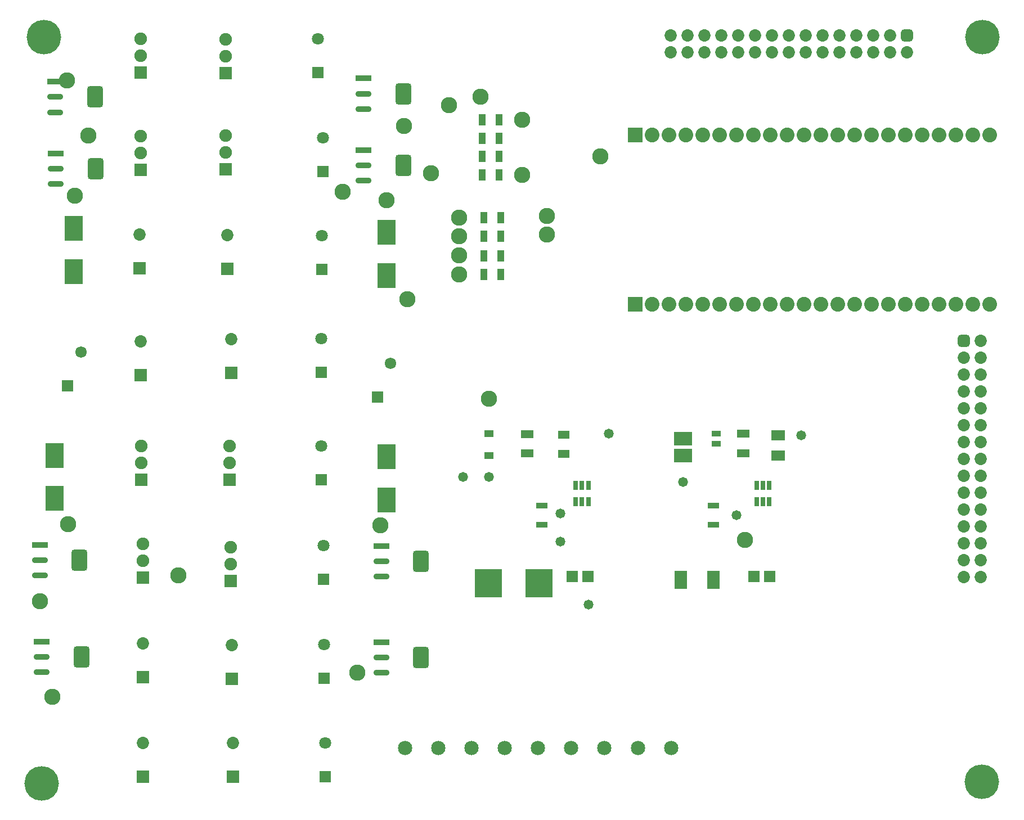
<source format=gts>
G04*
G04 #@! TF.GenerationSoftware,Altium Limited,Altium Designer,25.2.1 (25)*
G04*
G04 Layer_Color=8388736*
%FSLAX44Y44*%
%MOMM*%
G71*
G04*
G04 #@! TF.SameCoordinates,E4EDD719-2FE0-4279-8059-04D131320F8D*
G04*
G04*
G04 #@! TF.FilePolarity,Negative*
G04*
G01*
G75*
G04:AMPARAMS|DCode=21|XSize=2.4036mm|YSize=3.2121mm|CornerRadius=0.4567mm|HoleSize=0mm|Usage=FLASHONLY|Rotation=0.000|XOffset=0mm|YOffset=0mm|HoleType=Round|Shape=RoundedRectangle|*
%AMROUNDEDRECTD21*
21,1,2.4036,2.2988,0,0,0.0*
21,1,1.4902,3.2121,0,0,0.0*
1,1,0.9134,0.7451,-1.1494*
1,1,0.9134,-0.7451,-1.1494*
1,1,0.9134,-0.7451,1.1494*
1,1,0.9134,0.7451,1.1494*
%
%ADD21ROUNDEDRECTD21*%
G04:AMPARAMS|DCode=22|XSize=2.4036mm|YSize=0.9121mm|CornerRadius=0.4561mm|HoleSize=0mm|Usage=FLASHONLY|Rotation=0.000|XOffset=0mm|YOffset=0mm|HoleType=Round|Shape=RoundedRectangle|*
%AMROUNDEDRECTD22*
21,1,2.4036,0.0000,0,0,0.0*
21,1,1.4915,0.9121,0,0,0.0*
1,1,0.9121,0.7457,0.0000*
1,1,0.9121,-0.7457,0.0000*
1,1,0.9121,-0.7457,0.0000*
1,1,0.9121,0.7457,0.0000*
%
%ADD22ROUNDEDRECTD22*%
%ADD23R,2.4036X0.9121*%
%ADD24R,1.0557X1.6582*%
%ADD25R,1.9050X2.7900*%
%ADD26R,2.8062X2.1029*%
%ADD27R,1.7582X1.1561*%
%ADD28R,1.3500X1.1000*%
%ADD29R,1.7540X1.8062*%
%ADD30R,1.7000X0.9500*%
%ADD31R,1.3500X0.9500*%
%ADD32R,4.0532X4.2032*%
%ADD33R,0.8032X1.4532*%
%ADD34R,1.9032X1.3032*%
%ADD35R,2.0032X1.5032*%
%ADD36R,2.7032X3.7032*%
%ADD37R,1.7212X1.7212*%
%ADD38C,1.7212*%
%ADD39C,2.2282*%
%ADD40R,2.2282X2.2282*%
%ADD41C,1.8532*%
%ADD42R,1.8532X1.8532*%
%ADD43R,1.9032X1.9032*%
%ADD44C,1.9032*%
%ADD45C,1.8032*%
%ADD46R,1.8032X1.8032*%
G04:AMPARAMS|DCode=47|XSize=1.8532mm|YSize=1.8532mm|CornerRadius=0.5141mm|HoleSize=0mm|Usage=FLASHONLY|Rotation=270.000|XOffset=0mm|YOffset=0mm|HoleType=Round|Shape=RoundedRectangle|*
%AMROUNDEDRECTD47*
21,1,1.8532,0.8250,0,0,270.0*
21,1,0.8250,1.8532,0,0,270.0*
1,1,1.0282,-0.4125,-0.4125*
1,1,1.0282,-0.4125,0.4125*
1,1,1.0282,0.4125,0.4125*
1,1,1.0282,0.4125,-0.4125*
%
%ADD47ROUNDEDRECTD47*%
%ADD48C,2.1532*%
G04:AMPARAMS|DCode=49|XSize=1.8532mm|YSize=1.8532mm|CornerRadius=0.5141mm|HoleSize=0mm|Usage=FLASHONLY|Rotation=180.000|XOffset=0mm|YOffset=0mm|HoleType=Round|Shape=RoundedRectangle|*
%AMROUNDEDRECTD49*
21,1,1.8532,0.8250,0,0,180.0*
21,1,0.8250,1.8532,0,0,180.0*
1,1,1.0282,-0.4125,0.4125*
1,1,1.0282,0.4125,0.4125*
1,1,1.0282,0.4125,-0.4125*
1,1,1.0282,-0.4125,-0.4125*
%
%ADD49ROUNDEDRECTD49*%
%ADD50C,2.4532*%
%ADD51C,1.4732*%
%ADD52C,5.2032*%
D21*
X618003Y528000D02*
D03*
X127003Y1372000D02*
D03*
X128003Y1264000D02*
D03*
X591003Y1269000D02*
D03*
Y1377000D02*
D03*
X104003Y675000D02*
D03*
X618003Y673000D02*
D03*
X107006Y529000D02*
D03*
D22*
X557997Y505000D02*
D03*
Y528000D02*
D03*
X66997Y1372000D02*
D03*
Y1349000D02*
D03*
X67997Y1241000D02*
D03*
Y1264000D02*
D03*
X530997Y1246000D02*
D03*
Y1269000D02*
D03*
Y1354000D02*
D03*
Y1377000D02*
D03*
X43997Y652000D02*
D03*
Y675000D02*
D03*
X557997Y673000D02*
D03*
Y650000D02*
D03*
X47000Y506000D02*
D03*
Y529000D02*
D03*
D23*
X557997Y551000D02*
D03*
X66997Y1395000D02*
D03*
X67997Y1287000D02*
D03*
X530997Y1292000D02*
D03*
Y1400000D02*
D03*
X43997Y698000D02*
D03*
X557997Y696000D02*
D03*
X47000Y552000D02*
D03*
D24*
X712238Y1162500D02*
D03*
X737762D02*
D03*
X735262Y1310000D02*
D03*
X709738D02*
D03*
X735262Y1337500D02*
D03*
X709738D02*
D03*
X735262Y1282500D02*
D03*
X709738D02*
D03*
X735262Y1255000D02*
D03*
X709738D02*
D03*
X737762Y1190000D02*
D03*
X712238D02*
D03*
Y1132500D02*
D03*
X737762D02*
D03*
X712238Y1105000D02*
D03*
X737762D02*
D03*
D25*
X1008990Y645000D02*
D03*
X1057500D02*
D03*
D26*
X1012500Y857500D02*
D03*
Y832488D02*
D03*
D27*
X832500Y863522D02*
D03*
Y835000D02*
D03*
D28*
X720000Y832000D02*
D03*
Y865000D02*
D03*
D29*
X1118978Y650000D02*
D03*
X1142500D02*
D03*
X845739D02*
D03*
X869261D02*
D03*
D30*
X800000Y728500D02*
D03*
Y756500D02*
D03*
X1057500Y728500D02*
D03*
Y756500D02*
D03*
D31*
X1062500Y850000D02*
D03*
Y865000D02*
D03*
D32*
X795750Y640000D02*
D03*
X719250D02*
D03*
D33*
X850500Y787500D02*
D03*
X860000D02*
D03*
X869500D02*
D03*
Y762500D02*
D03*
X860000D02*
D03*
X850500D02*
D03*
X1123000D02*
D03*
X1132500D02*
D03*
X1142000D02*
D03*
Y787500D02*
D03*
X1132500D02*
D03*
X1123000D02*
D03*
D34*
X777500Y835500D02*
D03*
Y864500D02*
D03*
X1102500Y836000D02*
D03*
Y865000D02*
D03*
D35*
X1155000Y863000D02*
D03*
Y832000D02*
D03*
D36*
X566000Y830500D02*
D03*
Y765500D02*
D03*
X95000Y1174500D02*
D03*
Y1109500D02*
D03*
X566000Y1168500D02*
D03*
Y1103500D02*
D03*
X66000Y832500D02*
D03*
Y767500D02*
D03*
D37*
X552120Y920500D02*
D03*
X86120Y937500D02*
D03*
D38*
X572000Y971000D02*
D03*
X106000Y988000D02*
D03*
D39*
X1473400Y1060000D02*
D03*
X1448000D02*
D03*
X1422600D02*
D03*
X1397200D02*
D03*
X1371800D02*
D03*
X1346400D02*
D03*
X1321000D02*
D03*
X1295600D02*
D03*
X1270200D02*
D03*
X1244800D02*
D03*
X1219400D02*
D03*
X1194000D02*
D03*
X1168600D02*
D03*
X1143200D02*
D03*
X1117800D02*
D03*
X1092400D02*
D03*
X1067000D02*
D03*
X1041600D02*
D03*
X1016200D02*
D03*
X990800D02*
D03*
X965400D02*
D03*
X1473400Y1315000D02*
D03*
X1448000D02*
D03*
X1422600D02*
D03*
X1397200D02*
D03*
X1371800D02*
D03*
X1346400D02*
D03*
X1321000D02*
D03*
X1295600D02*
D03*
X1270200D02*
D03*
X1244800D02*
D03*
X1219400D02*
D03*
X1194000D02*
D03*
X1168600D02*
D03*
X1143200D02*
D03*
X1117800D02*
D03*
X1092400D02*
D03*
X1067000D02*
D03*
X1041600D02*
D03*
X1016200D02*
D03*
X990800D02*
D03*
X965400D02*
D03*
D40*
X940000Y1060000D02*
D03*
Y1315000D02*
D03*
D41*
X333000Y547000D02*
D03*
X1460400Y649700D02*
D03*
Y675100D02*
D03*
X1435000Y649700D02*
D03*
Y675100D02*
D03*
X1460400Y725900D02*
D03*
X1435000D02*
D03*
X1460400Y751300D02*
D03*
X1435000D02*
D03*
X1460400Y802100D02*
D03*
X1435000D02*
D03*
X1460400Y852900D02*
D03*
X1435000D02*
D03*
X1460400Y929100D02*
D03*
X1435000D02*
D03*
X1460400Y954500D02*
D03*
X1435000D02*
D03*
X1460400Y1005300D02*
D03*
X1435000Y979900D02*
D03*
X1460400D02*
D03*
X1435000Y903700D02*
D03*
X1460400D02*
D03*
X1435000Y878300D02*
D03*
X1460400D02*
D03*
X1435000Y827500D02*
D03*
X1460400D02*
D03*
X1435000Y776700D02*
D03*
X1460400D02*
D03*
X1435000Y700500D02*
D03*
X1460400D02*
D03*
X993400Y1439600D02*
D03*
X1018800D02*
D03*
X993400Y1465000D02*
D03*
X1018800D02*
D03*
X1069600Y1439600D02*
D03*
Y1465000D02*
D03*
X1095000Y1439600D02*
D03*
Y1465000D02*
D03*
X1145800Y1439600D02*
D03*
Y1465000D02*
D03*
X1196600Y1439600D02*
D03*
Y1465000D02*
D03*
X1272800Y1439600D02*
D03*
Y1465000D02*
D03*
X1298200Y1439600D02*
D03*
Y1465000D02*
D03*
X1349000Y1439600D02*
D03*
X1323600Y1465000D02*
D03*
Y1439600D02*
D03*
X1247400Y1465000D02*
D03*
Y1439600D02*
D03*
X1222000Y1465000D02*
D03*
Y1439600D02*
D03*
X1171200Y1465000D02*
D03*
Y1439600D02*
D03*
X1120400Y1465000D02*
D03*
Y1439600D02*
D03*
X1044200Y1465000D02*
D03*
Y1439600D02*
D03*
X196000Y1004000D02*
D03*
X332000Y1007800D02*
D03*
X326000Y1164000D02*
D03*
X194000Y1165000D02*
D03*
X199000Y400000D02*
D03*
X335000D02*
D03*
X199000Y549800D02*
D03*
D42*
X333000Y496200D02*
D03*
X196000Y953200D02*
D03*
X332000Y957000D02*
D03*
X326000Y1113200D02*
D03*
X194000Y1114200D02*
D03*
X199000Y349200D02*
D03*
X335000D02*
D03*
X199000Y499000D02*
D03*
D43*
X331000Y643200D02*
D03*
X196000Y1409000D02*
D03*
X324000Y1408200D02*
D03*
X196000Y1262200D02*
D03*
X324000Y1263200D02*
D03*
X197000Y796200D02*
D03*
X330000D02*
D03*
X199000Y648200D02*
D03*
D44*
X331000Y668600D02*
D03*
Y694000D02*
D03*
X196000Y1434400D02*
D03*
Y1459800D02*
D03*
X324000Y1433600D02*
D03*
Y1459000D02*
D03*
X196000Y1287600D02*
D03*
Y1313000D02*
D03*
X324000Y1288600D02*
D03*
Y1314000D02*
D03*
X197000Y821600D02*
D03*
Y847000D02*
D03*
X330000Y821600D02*
D03*
Y847000D02*
D03*
X199000Y673600D02*
D03*
Y699000D02*
D03*
D45*
X474000Y400000D02*
D03*
X468000Y1008400D02*
D03*
X469000Y1163000D02*
D03*
X470000Y1310800D02*
D03*
X463000Y1460000D02*
D03*
X468000Y847000D02*
D03*
X471000Y696800D02*
D03*
X472000Y548000D02*
D03*
D46*
X474000Y349200D02*
D03*
X468000Y957600D02*
D03*
X469000Y1112200D02*
D03*
X470000Y1260000D02*
D03*
X463000Y1409200D02*
D03*
X468000Y796200D02*
D03*
X471000Y646000D02*
D03*
X472000Y497200D02*
D03*
D47*
X1435000Y1005300D02*
D03*
D48*
X994000Y392000D02*
D03*
X944000D02*
D03*
X894000D02*
D03*
X844000D02*
D03*
X794000D02*
D03*
X744000D02*
D03*
X694000D02*
D03*
X644000D02*
D03*
X594000D02*
D03*
D49*
X1349000Y1465000D02*
D03*
D50*
X592000Y1328000D02*
D03*
X63000Y469000D02*
D03*
X253000Y652000D02*
D03*
X87000Y729000D02*
D03*
X675000Y1190000D02*
D03*
X557000Y727000D02*
D03*
X597170Y1068000D02*
D03*
X85073Y1397184D02*
D03*
X707000Y1372000D02*
D03*
X44000Y613000D02*
D03*
X500000Y1229000D02*
D03*
X117000Y1314000D02*
D03*
X522000Y505000D02*
D03*
X633000Y1257000D02*
D03*
X675000Y1134000D02*
D03*
Y1162460D02*
D03*
X97000Y1223000D02*
D03*
X566000Y1217000D02*
D03*
X660112Y1360112D02*
D03*
X770000Y1337500D02*
D03*
X1105000Y705000D02*
D03*
X720000Y917500D02*
D03*
X807500Y1165000D02*
D03*
X887500Y1282500D02*
D03*
X770000Y1255000D02*
D03*
X807500Y1192500D02*
D03*
X675000Y1105000D02*
D03*
D51*
X681000Y800000D02*
D03*
X870000Y607500D02*
D03*
X1190000Y863000D02*
D03*
X900000Y865000D02*
D03*
X1092500Y742500D02*
D03*
X1012500Y792500D02*
D03*
X827500Y745000D02*
D03*
Y702500D02*
D03*
X720000Y800000D02*
D03*
D52*
X50000Y1462500D02*
D03*
X1462500D02*
D03*
X47000Y339000D02*
D03*
X1462000Y341000D02*
D03*
M02*

</source>
